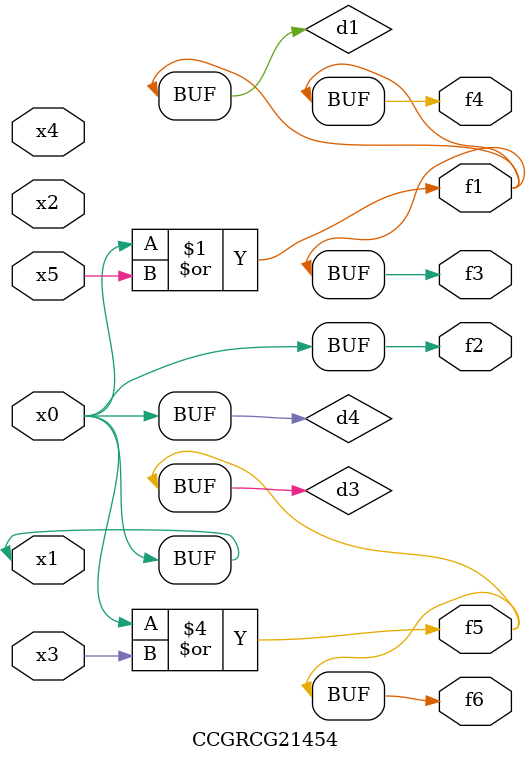
<source format=v>
module CCGRCG21454(
	input x0, x1, x2, x3, x4, x5,
	output f1, f2, f3, f4, f5, f6
);

	wire d1, d2, d3, d4;

	or (d1, x0, x5);
	xnor (d2, x1, x4);
	or (d3, x0, x3);
	buf (d4, x0, x1);
	assign f1 = d1;
	assign f2 = d4;
	assign f3 = d1;
	assign f4 = d1;
	assign f5 = d3;
	assign f6 = d3;
endmodule

</source>
